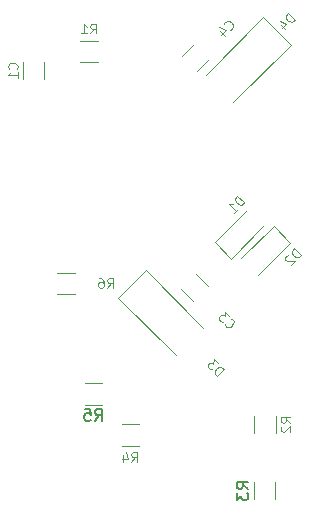
<source format=gbr>
%TF.GenerationSoftware,KiCad,Pcbnew,9.0.5*%
%TF.CreationDate,2025-11-24T15:53:12+01:00*%
%TF.ProjectId,simplified HV amp,73696d70-6c69-4666-9965-642048562061,rev?*%
%TF.SameCoordinates,Original*%
%TF.FileFunction,Legend,Bot*%
%TF.FilePolarity,Positive*%
%FSLAX46Y46*%
G04 Gerber Fmt 4.6, Leading zero omitted, Abs format (unit mm)*
G04 Created by KiCad (PCBNEW 9.0.5) date 2025-11-24 15:53:12*
%MOMM*%
%LPD*%
G01*
G04 APERTURE LIST*
%ADD10C,0.150000*%
%ADD11C,0.120000*%
G04 APERTURE END LIST*
D10*
X179354819Y-106973333D02*
X178878628Y-106640000D01*
X179354819Y-106401905D02*
X178354819Y-106401905D01*
X178354819Y-106401905D02*
X178354819Y-106782857D01*
X178354819Y-106782857D02*
X178402438Y-106878095D01*
X178402438Y-106878095D02*
X178450057Y-106925714D01*
X178450057Y-106925714D02*
X178545295Y-106973333D01*
X178545295Y-106973333D02*
X178688152Y-106973333D01*
X178688152Y-106973333D02*
X178783390Y-106925714D01*
X178783390Y-106925714D02*
X178831009Y-106878095D01*
X178831009Y-106878095D02*
X178878628Y-106782857D01*
X178878628Y-106782857D02*
X178878628Y-106401905D01*
X178354819Y-107306667D02*
X178354819Y-107925714D01*
X178354819Y-107925714D02*
X178735771Y-107592381D01*
X178735771Y-107592381D02*
X178735771Y-107735238D01*
X178735771Y-107735238D02*
X178783390Y-107830476D01*
X178783390Y-107830476D02*
X178831009Y-107878095D01*
X178831009Y-107878095D02*
X178926247Y-107925714D01*
X178926247Y-107925714D02*
X179164342Y-107925714D01*
X179164342Y-107925714D02*
X179259580Y-107878095D01*
X179259580Y-107878095D02*
X179307200Y-107830476D01*
X179307200Y-107830476D02*
X179354819Y-107735238D01*
X179354819Y-107735238D02*
X179354819Y-107449524D01*
X179354819Y-107449524D02*
X179307200Y-107354286D01*
X179307200Y-107354286D02*
X179259580Y-107306667D01*
D11*
X178985365Y-82732822D02*
X178419680Y-82167136D01*
X178419680Y-82167136D02*
X178284993Y-82301823D01*
X178284993Y-82301823D02*
X178231118Y-82409573D01*
X178231118Y-82409573D02*
X178231118Y-82517322D01*
X178231118Y-82517322D02*
X178258056Y-82598135D01*
X178258056Y-82598135D02*
X178338868Y-82732822D01*
X178338868Y-82732822D02*
X178419680Y-82813634D01*
X178419680Y-82813634D02*
X178554367Y-82894446D01*
X178554367Y-82894446D02*
X178635179Y-82921383D01*
X178635179Y-82921383D02*
X178742929Y-82921383D01*
X178742929Y-82921383D02*
X178850678Y-82867509D01*
X178850678Y-82867509D02*
X178985365Y-82732822D01*
X178123369Y-83594818D02*
X178446617Y-83271570D01*
X178284993Y-83433194D02*
X177719308Y-82867509D01*
X177719308Y-82867509D02*
X177853995Y-82894446D01*
X177853995Y-82894446D02*
X177961744Y-82894446D01*
X177961744Y-82894446D02*
X178042556Y-82867509D01*
X183286879Y-67259593D02*
X182721194Y-66693907D01*
X182721194Y-66693907D02*
X182586507Y-66828594D01*
X182586507Y-66828594D02*
X182532632Y-66936344D01*
X182532632Y-66936344D02*
X182532632Y-67044093D01*
X182532632Y-67044093D02*
X182559570Y-67124906D01*
X182559570Y-67124906D02*
X182640382Y-67259593D01*
X182640382Y-67259593D02*
X182721194Y-67340405D01*
X182721194Y-67340405D02*
X182855881Y-67421217D01*
X182855881Y-67421217D02*
X182936693Y-67448154D01*
X182936693Y-67448154D02*
X183044443Y-67448154D01*
X183044443Y-67448154D02*
X183152192Y-67394280D01*
X183152192Y-67394280D02*
X183286879Y-67259593D01*
X182101634Y-67690591D02*
X182478757Y-68067715D01*
X182020822Y-67340405D02*
X182559570Y-67609779D01*
X182559570Y-67609779D02*
X182209383Y-67959965D01*
X167413884Y-89946922D02*
X167680551Y-89565969D01*
X167871027Y-89946922D02*
X167871027Y-89146922D01*
X167871027Y-89146922D02*
X167566265Y-89146922D01*
X167566265Y-89146922D02*
X167490075Y-89185017D01*
X167490075Y-89185017D02*
X167451980Y-89223112D01*
X167451980Y-89223112D02*
X167413884Y-89299303D01*
X167413884Y-89299303D02*
X167413884Y-89413588D01*
X167413884Y-89413588D02*
X167451980Y-89489779D01*
X167451980Y-89489779D02*
X167490075Y-89527874D01*
X167490075Y-89527874D02*
X167566265Y-89565969D01*
X167566265Y-89565969D02*
X167871027Y-89565969D01*
X166728170Y-89146922D02*
X166880551Y-89146922D01*
X166880551Y-89146922D02*
X166956742Y-89185017D01*
X166956742Y-89185017D02*
X166994837Y-89223112D01*
X166994837Y-89223112D02*
X167071027Y-89337398D01*
X167071027Y-89337398D02*
X167109123Y-89489779D01*
X167109123Y-89489779D02*
X167109123Y-89794541D01*
X167109123Y-89794541D02*
X167071027Y-89870731D01*
X167071027Y-89870731D02*
X167032932Y-89908827D01*
X167032932Y-89908827D02*
X166956742Y-89946922D01*
X166956742Y-89946922D02*
X166804361Y-89946922D01*
X166804361Y-89946922D02*
X166728170Y-89908827D01*
X166728170Y-89908827D02*
X166690075Y-89870731D01*
X166690075Y-89870731D02*
X166651980Y-89794541D01*
X166651980Y-89794541D02*
X166651980Y-89604065D01*
X166651980Y-89604065D02*
X166690075Y-89527874D01*
X166690075Y-89527874D02*
X166728170Y-89489779D01*
X166728170Y-89489779D02*
X166804361Y-89451684D01*
X166804361Y-89451684D02*
X166956742Y-89451684D01*
X166956742Y-89451684D02*
X167032932Y-89489779D01*
X167032932Y-89489779D02*
X167071027Y-89527874D01*
X167071027Y-89527874D02*
X167109123Y-89604065D01*
X169443332Y-104693855D02*
X169709999Y-104312902D01*
X169900475Y-104693855D02*
X169900475Y-103893855D01*
X169900475Y-103893855D02*
X169595713Y-103893855D01*
X169595713Y-103893855D02*
X169519523Y-103931950D01*
X169519523Y-103931950D02*
X169481428Y-103970045D01*
X169481428Y-103970045D02*
X169443332Y-104046236D01*
X169443332Y-104046236D02*
X169443332Y-104160521D01*
X169443332Y-104160521D02*
X169481428Y-104236712D01*
X169481428Y-104236712D02*
X169519523Y-104274807D01*
X169519523Y-104274807D02*
X169595713Y-104312902D01*
X169595713Y-104312902D02*
X169900475Y-104312902D01*
X168757618Y-104160521D02*
X168757618Y-104693855D01*
X168948094Y-103855760D02*
X169138571Y-104427188D01*
X169138571Y-104427188D02*
X168643332Y-104427188D01*
X182893855Y-101376667D02*
X182512902Y-101110000D01*
X182893855Y-100919524D02*
X182093855Y-100919524D01*
X182093855Y-100919524D02*
X182093855Y-101224286D01*
X182093855Y-101224286D02*
X182131950Y-101300476D01*
X182131950Y-101300476D02*
X182170045Y-101338571D01*
X182170045Y-101338571D02*
X182246236Y-101376667D01*
X182246236Y-101376667D02*
X182360521Y-101376667D01*
X182360521Y-101376667D02*
X182436712Y-101338571D01*
X182436712Y-101338571D02*
X182474807Y-101300476D01*
X182474807Y-101300476D02*
X182512902Y-101224286D01*
X182512902Y-101224286D02*
X182512902Y-100919524D01*
X182170045Y-101681428D02*
X182131950Y-101719524D01*
X182131950Y-101719524D02*
X182093855Y-101795714D01*
X182093855Y-101795714D02*
X182093855Y-101986190D01*
X182093855Y-101986190D02*
X182131950Y-102062381D01*
X182131950Y-102062381D02*
X182170045Y-102100476D01*
X182170045Y-102100476D02*
X182246236Y-102138571D01*
X182246236Y-102138571D02*
X182322426Y-102138571D01*
X182322426Y-102138571D02*
X182436712Y-102100476D01*
X182436712Y-102100476D02*
X182893855Y-101643333D01*
X182893855Y-101643333D02*
X182893855Y-102138571D01*
D10*
X166386666Y-101224819D02*
X166719999Y-100748628D01*
X166958094Y-101224819D02*
X166958094Y-100224819D01*
X166958094Y-100224819D02*
X166577142Y-100224819D01*
X166577142Y-100224819D02*
X166481904Y-100272438D01*
X166481904Y-100272438D02*
X166434285Y-100320057D01*
X166434285Y-100320057D02*
X166386666Y-100415295D01*
X166386666Y-100415295D02*
X166386666Y-100558152D01*
X166386666Y-100558152D02*
X166434285Y-100653390D01*
X166434285Y-100653390D02*
X166481904Y-100701009D01*
X166481904Y-100701009D02*
X166577142Y-100748628D01*
X166577142Y-100748628D02*
X166958094Y-100748628D01*
X165481904Y-100224819D02*
X165958094Y-100224819D01*
X165958094Y-100224819D02*
X166005713Y-100701009D01*
X166005713Y-100701009D02*
X165958094Y-100653390D01*
X165958094Y-100653390D02*
X165862856Y-100605771D01*
X165862856Y-100605771D02*
X165624761Y-100605771D01*
X165624761Y-100605771D02*
X165529523Y-100653390D01*
X165529523Y-100653390D02*
X165481904Y-100701009D01*
X165481904Y-100701009D02*
X165434285Y-100796247D01*
X165434285Y-100796247D02*
X165434285Y-101034342D01*
X165434285Y-101034342D02*
X165481904Y-101129580D01*
X165481904Y-101129580D02*
X165529523Y-101177200D01*
X165529523Y-101177200D02*
X165624761Y-101224819D01*
X165624761Y-101224819D02*
X165862856Y-101224819D01*
X165862856Y-101224819D02*
X165958094Y-101177200D01*
X165958094Y-101177200D02*
X166005713Y-101129580D01*
D11*
X165975332Y-68421855D02*
X166241999Y-68040902D01*
X166432475Y-68421855D02*
X166432475Y-67621855D01*
X166432475Y-67621855D02*
X166127713Y-67621855D01*
X166127713Y-67621855D02*
X166051523Y-67659950D01*
X166051523Y-67659950D02*
X166013428Y-67698045D01*
X166013428Y-67698045D02*
X165975332Y-67774236D01*
X165975332Y-67774236D02*
X165975332Y-67888521D01*
X165975332Y-67888521D02*
X166013428Y-67964712D01*
X166013428Y-67964712D02*
X166051523Y-68002807D01*
X166051523Y-68002807D02*
X166127713Y-68040902D01*
X166127713Y-68040902D02*
X166432475Y-68040902D01*
X165213428Y-68421855D02*
X165670571Y-68421855D01*
X165441999Y-68421855D02*
X165441999Y-67621855D01*
X165441999Y-67621855D02*
X165518190Y-67736140D01*
X165518190Y-67736140D02*
X165594380Y-67812331D01*
X165594380Y-67812331D02*
X165670571Y-67850426D01*
X176690796Y-97427880D02*
X177256482Y-96862195D01*
X177256482Y-96862195D02*
X177121795Y-96727508D01*
X177121795Y-96727508D02*
X177014045Y-96673633D01*
X177014045Y-96673633D02*
X176906296Y-96673633D01*
X176906296Y-96673633D02*
X176825483Y-96700571D01*
X176825483Y-96700571D02*
X176690796Y-96781383D01*
X176690796Y-96781383D02*
X176609984Y-96862195D01*
X176609984Y-96862195D02*
X176529172Y-96996882D01*
X176529172Y-96996882D02*
X176502235Y-97077694D01*
X176502235Y-97077694D02*
X176502235Y-97185444D01*
X176502235Y-97185444D02*
X176556109Y-97293193D01*
X176556109Y-97293193D02*
X176690796Y-97427880D01*
X176744671Y-96350384D02*
X176394485Y-96000198D01*
X176394485Y-96000198D02*
X176367548Y-96404259D01*
X176367548Y-96404259D02*
X176286735Y-96323447D01*
X176286735Y-96323447D02*
X176205923Y-96296510D01*
X176205923Y-96296510D02*
X176152048Y-96296510D01*
X176152048Y-96296510D02*
X176071236Y-96323447D01*
X176071236Y-96323447D02*
X175936549Y-96458134D01*
X175936549Y-96458134D02*
X175909612Y-96538946D01*
X175909612Y-96538946D02*
X175909612Y-96592821D01*
X175909612Y-96592821D02*
X175936549Y-96673633D01*
X175936549Y-96673633D02*
X176098174Y-96835258D01*
X176098174Y-96835258D02*
X176178986Y-96862195D01*
X176178986Y-96862195D02*
X176232861Y-96862195D01*
X177381422Y-93030758D02*
X177381422Y-93084633D01*
X177381422Y-93084633D02*
X177435297Y-93192382D01*
X177435297Y-93192382D02*
X177489172Y-93246257D01*
X177489172Y-93246257D02*
X177596922Y-93300132D01*
X177596922Y-93300132D02*
X177704671Y-93300132D01*
X177704671Y-93300132D02*
X177785483Y-93273194D01*
X177785483Y-93273194D02*
X177920170Y-93192382D01*
X177920170Y-93192382D02*
X178000983Y-93111570D01*
X178000983Y-93111570D02*
X178081795Y-92976883D01*
X178081795Y-92976883D02*
X178108732Y-92896071D01*
X178108732Y-92896071D02*
X178108732Y-92788321D01*
X178108732Y-92788321D02*
X178054857Y-92680572D01*
X178054857Y-92680572D02*
X178000983Y-92626697D01*
X178000983Y-92626697D02*
X177893233Y-92572822D01*
X177893233Y-92572822D02*
X177839358Y-92572822D01*
X177704671Y-92330385D02*
X177354485Y-91980199D01*
X177354485Y-91980199D02*
X177327548Y-92384260D01*
X177327548Y-92384260D02*
X177246735Y-92303448D01*
X177246735Y-92303448D02*
X177165923Y-92276511D01*
X177165923Y-92276511D02*
X177112048Y-92276511D01*
X177112048Y-92276511D02*
X177031236Y-92303448D01*
X177031236Y-92303448D02*
X176896549Y-92438135D01*
X176896549Y-92438135D02*
X176869612Y-92518947D01*
X176869612Y-92518947D02*
X176869612Y-92572822D01*
X176869612Y-92572822D02*
X176896549Y-92653634D01*
X176896549Y-92653634D02*
X177058174Y-92815259D01*
X177058174Y-92815259D02*
X177138986Y-92842196D01*
X177138986Y-92842196D02*
X177192861Y-92842196D01*
X183785365Y-87192822D02*
X183219680Y-86627136D01*
X183219680Y-86627136D02*
X183084993Y-86761823D01*
X183084993Y-86761823D02*
X183031118Y-86869573D01*
X183031118Y-86869573D02*
X183031118Y-86977322D01*
X183031118Y-86977322D02*
X183058056Y-87058135D01*
X183058056Y-87058135D02*
X183138868Y-87192822D01*
X183138868Y-87192822D02*
X183219680Y-87273634D01*
X183219680Y-87273634D02*
X183354367Y-87354446D01*
X183354367Y-87354446D02*
X183435179Y-87381383D01*
X183435179Y-87381383D02*
X183542929Y-87381383D01*
X183542929Y-87381383D02*
X183650678Y-87327509D01*
X183650678Y-87327509D02*
X183785365Y-87192822D01*
X182734807Y-87219759D02*
X182680932Y-87219759D01*
X182680932Y-87219759D02*
X182600120Y-87246696D01*
X182600120Y-87246696D02*
X182465433Y-87381383D01*
X182465433Y-87381383D02*
X182438495Y-87462196D01*
X182438495Y-87462196D02*
X182438495Y-87516070D01*
X182438495Y-87516070D02*
X182465433Y-87596883D01*
X182465433Y-87596883D02*
X182519308Y-87650757D01*
X182519308Y-87650757D02*
X182627057Y-87704632D01*
X182627057Y-87704632D02*
X183273555Y-87704632D01*
X183273555Y-87704632D02*
X182923369Y-88054818D01*
X177769182Y-68100251D02*
X177823057Y-68100251D01*
X177823057Y-68100251D02*
X177930806Y-68046376D01*
X177930806Y-68046376D02*
X177984681Y-67992501D01*
X177984681Y-67992501D02*
X178038556Y-67884751D01*
X178038556Y-67884751D02*
X178038556Y-67777002D01*
X178038556Y-67777002D02*
X178011618Y-67696190D01*
X178011618Y-67696190D02*
X177930806Y-67561503D01*
X177930806Y-67561503D02*
X177849994Y-67480690D01*
X177849994Y-67480690D02*
X177715307Y-67399878D01*
X177715307Y-67399878D02*
X177634495Y-67372941D01*
X177634495Y-67372941D02*
X177526745Y-67372941D01*
X177526745Y-67372941D02*
X177418996Y-67426816D01*
X177418996Y-67426816D02*
X177365121Y-67480690D01*
X177365121Y-67480690D02*
X177311246Y-67588440D01*
X177311246Y-67588440D02*
X177311246Y-67642315D01*
X176961060Y-68261875D02*
X177338183Y-68638999D01*
X176880248Y-67911689D02*
X177418996Y-68181063D01*
X177418996Y-68181063D02*
X177068809Y-68531249D01*
X159723664Y-71408667D02*
X159761760Y-71370571D01*
X159761760Y-71370571D02*
X159799855Y-71256286D01*
X159799855Y-71256286D02*
X159799855Y-71180095D01*
X159799855Y-71180095D02*
X159761760Y-71065809D01*
X159761760Y-71065809D02*
X159685569Y-70989619D01*
X159685569Y-70989619D02*
X159609379Y-70951524D01*
X159609379Y-70951524D02*
X159456998Y-70913428D01*
X159456998Y-70913428D02*
X159342712Y-70913428D01*
X159342712Y-70913428D02*
X159190331Y-70951524D01*
X159190331Y-70951524D02*
X159114140Y-70989619D01*
X159114140Y-70989619D02*
X159037950Y-71065809D01*
X159037950Y-71065809D02*
X158999855Y-71180095D01*
X158999855Y-71180095D02*
X158999855Y-71256286D01*
X158999855Y-71256286D02*
X159037950Y-71370571D01*
X159037950Y-71370571D02*
X159076045Y-71408667D01*
X159799855Y-72170571D02*
X159799855Y-71713428D01*
X159799855Y-71942000D02*
X158999855Y-71942000D01*
X158999855Y-71942000D02*
X159114140Y-71865809D01*
X159114140Y-71865809D02*
X159190331Y-71789619D01*
X159190331Y-71789619D02*
X159228426Y-71713428D01*
%TO.C,R3*%
X179820000Y-106412936D02*
X179820000Y-107867064D01*
X181640000Y-106412936D02*
X181640000Y-107867064D01*
%TO.C,D1*%
X176487810Y-86081595D02*
X179210171Y-83359234D01*
X177902024Y-87495809D02*
X176487810Y-86081595D01*
X177902024Y-87495809D02*
X180624385Y-84773448D01*
%TO.C,D4*%
X180625096Y-67045071D02*
X175746059Y-71924108D01*
X180625096Y-67045071D02*
X182958548Y-69378523D01*
X182958548Y-69378523D02*
X178079511Y-74257560D01*
%TO.C,R6*%
X163173488Y-88683067D02*
X164627616Y-88683067D01*
X163173488Y-90503067D02*
X164627616Y-90503067D01*
%TO.C,R4*%
X168652936Y-101530000D02*
X170107064Y-101530000D01*
X168652936Y-103350000D02*
X170107064Y-103350000D01*
%TO.C,R2*%
X179850000Y-102237064D02*
X179850000Y-100782936D01*
X181670000Y-102237064D02*
X181670000Y-100782936D01*
%TO.C,R5*%
X165492936Y-98030000D02*
X166947064Y-98030000D01*
X165492936Y-99850000D02*
X166947064Y-99850000D01*
%TO.C,R1*%
X165124936Y-69068000D02*
X166579064Y-69068000D01*
X165124936Y-70888000D02*
X166579064Y-70888000D01*
%TO.C,D3*%
X168322556Y-90798523D02*
X170656008Y-88465071D01*
X168322556Y-90798523D02*
X173201593Y-95677560D01*
X170656008Y-88465071D02*
X175535045Y-93344108D01*
%TO.C,C3*%
X173639008Y-90088457D02*
X174644870Y-91094319D01*
X174925942Y-88801523D02*
X175931804Y-89807385D01*
%TO.C,D2*%
X181479080Y-84760325D02*
X178756719Y-87482686D01*
X181479080Y-84760325D02*
X182893294Y-86174539D01*
X182893294Y-86174539D02*
X180170933Y-88896900D01*
%TO.C,C4*%
X173744154Y-70332531D02*
X174750016Y-69326669D01*
X175031088Y-71619465D02*
X176036950Y-70613603D01*
%TO.C,C1*%
X160242000Y-70866748D02*
X160242000Y-72289252D01*
X162062000Y-70866748D02*
X162062000Y-72289252D01*
%TD*%
M02*

</source>
